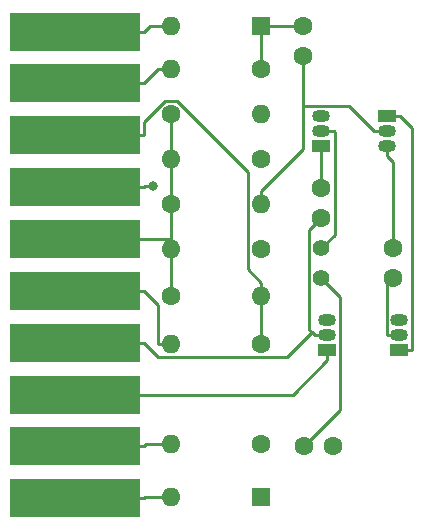
<source format=gbl>
G04 #@! TF.GenerationSoftware,KiCad,Pcbnew,(2017-12-21 revision 23d71cfa9)-makepkg*
G04 #@! TF.CreationDate,2018-06-03T17:46:53-04:00*
G04 #@! TF.ProjectId,OdysseyDaughterCardSpotGenerator,4F647973736579446175676874657243,0.1*
G04 #@! TF.SameCoordinates,Original*
G04 #@! TF.FileFunction,Copper,L2,Bot,Signal*
G04 #@! TF.FilePolarity,Positive*
%FSLAX46Y46*%
G04 Gerber Fmt 4.6, Leading zero omitted, Abs format (unit mm)*
G04 Created by KiCad (PCBNEW (2017-12-21 revision 23d71cfa9)-makepkg) date 06/03/18 17:46:53*
%MOMM*%
%LPD*%
G01*
G04 APERTURE LIST*
%ADD10R,11.000000X3.250000*%
%ADD11C,1.600000*%
%ADD12C,1.400000*%
%ADD13O,1.600000X1.600000*%
%ADD14R,1.600000X1.600000*%
%ADD15R,1.500000X1.050000*%
%ADD16O,1.500000X1.050000*%
%ADD17C,0.800000*%
%ADD18C,0.250000*%
G04 APERTURE END LIST*
D10*
X129000000Y-81250000D03*
X129000000Y-85638888D03*
X129000000Y-90027776D03*
X129000000Y-94416664D03*
X129000000Y-98805552D03*
X129000000Y-103194440D03*
X129000000Y-107583328D03*
X129000000Y-111972216D03*
X129000000Y-116361104D03*
X129000000Y-120749992D03*
D11*
X148336000Y-83312000D03*
X148336000Y-80812000D03*
X155956000Y-99608000D03*
X155956000Y-102108000D03*
D12*
X149860000Y-102108000D03*
X149860000Y-99608000D03*
D11*
X149860000Y-94488000D03*
X149860000Y-96988000D03*
X148376000Y-116332000D03*
X150876000Y-116332000D03*
D13*
X137160000Y-80772000D03*
D14*
X144780000Y-80772000D03*
X144780000Y-120650000D03*
D13*
X137160000Y-120650000D03*
D15*
X155448000Y-88392000D03*
D16*
X155448000Y-90932000D03*
X155448000Y-89662000D03*
X156464000Y-106934000D03*
X156464000Y-105664000D03*
D15*
X156464000Y-108204000D03*
D16*
X149860000Y-89662000D03*
X149860000Y-88392000D03*
D15*
X149860000Y-90932000D03*
X150368000Y-108204000D03*
D16*
X150368000Y-105664000D03*
X150368000Y-106934000D03*
D11*
X144780000Y-84455000D03*
D13*
X137160000Y-84455000D03*
X144780000Y-95885000D03*
D11*
X137160000Y-95885000D03*
D13*
X144780000Y-88265000D03*
D11*
X137160000Y-88265000D03*
X137160000Y-103632000D03*
D13*
X144780000Y-103632000D03*
X137160000Y-107696000D03*
D11*
X144780000Y-107696000D03*
X144780000Y-99695000D03*
D13*
X137160000Y-99695000D03*
D11*
X144780000Y-92075000D03*
D13*
X137160000Y-92075000D03*
X137160000Y-116205000D03*
D11*
X144780000Y-116205000D03*
D17*
X135605800Y-94318300D03*
D18*
X144780000Y-95885000D02*
X144780000Y-94759700D01*
X152211600Y-87530100D02*
X148336000Y-87530100D01*
X154343500Y-89662000D02*
X152211600Y-87530100D01*
X155448000Y-89662000D02*
X154343500Y-89662000D01*
X148336000Y-91203700D02*
X148336000Y-87530100D01*
X144780000Y-94759700D02*
X148336000Y-91203700D01*
X148336000Y-87530100D02*
X148336000Y-83312000D01*
X144780000Y-80812000D02*
X148336000Y-80812000D01*
X144780000Y-84455000D02*
X144780000Y-80812000D01*
X144780000Y-80812000D02*
X144780000Y-80772000D01*
X155956000Y-92290300D02*
X155956000Y-99608000D01*
X155448000Y-91782300D02*
X155956000Y-92290300D01*
X155448000Y-90932000D02*
X155448000Y-91782300D01*
X156464000Y-106934000D02*
X155388700Y-106934000D01*
X155388700Y-102675300D02*
X155956000Y-102108000D01*
X155388700Y-106934000D02*
X155388700Y-102675300D01*
X134923700Y-94318300D02*
X134825300Y-94416700D01*
X135605800Y-94318300D02*
X134923700Y-94318300D01*
X129000000Y-94416700D02*
X134825300Y-94416700D01*
X151443400Y-113264600D02*
X148376000Y-116332000D01*
X151443400Y-103691400D02*
X151443400Y-113264600D01*
X149860000Y-102108000D02*
X151443400Y-103691400D01*
X150989300Y-98478700D02*
X149860000Y-99608000D01*
X150989300Y-89716000D02*
X150989300Y-98478700D01*
X150935300Y-89662000D02*
X150989300Y-89716000D01*
X149860000Y-89662000D02*
X150935300Y-89662000D01*
X149860000Y-90932000D02*
X149860000Y-94488000D01*
X150368000Y-106934000D02*
X149292700Y-106934000D01*
X149292700Y-106934000D02*
X149062500Y-106703700D01*
X136063400Y-108821400D02*
X134825300Y-107583300D01*
X146944800Y-108821400D02*
X136063400Y-108821400D01*
X149062500Y-106703700D02*
X146944800Y-108821400D01*
X129000000Y-107583300D02*
X134825300Y-107583300D01*
X148832200Y-98015800D02*
X149860000Y-96988000D01*
X148832200Y-106473400D02*
X148832200Y-98015800D01*
X149062500Y-106703700D02*
X148832200Y-106473400D01*
X135303300Y-80772000D02*
X134825300Y-81250000D01*
X137160000Y-80772000D02*
X135303300Y-80772000D01*
X129000000Y-81250000D02*
X134825300Y-81250000D01*
X134925300Y-120650000D02*
X134825300Y-120750000D01*
X137160000Y-120650000D02*
X134925300Y-120650000D01*
X129000000Y-120750000D02*
X134825300Y-120750000D01*
X157539300Y-89408000D02*
X156523300Y-88392000D01*
X157539300Y-108204000D02*
X157539300Y-89408000D01*
X156464000Y-108204000D02*
X157539300Y-108204000D01*
X155448000Y-88392000D02*
X156523300Y-88392000D01*
X147450100Y-111972200D02*
X129000000Y-111972200D01*
X150368000Y-109054300D02*
X147450100Y-111972200D01*
X150368000Y-108204000D02*
X150368000Y-109054300D01*
X136034700Y-104403800D02*
X134825300Y-103194400D01*
X136034700Y-107696000D02*
X136034700Y-104403800D01*
X137160000Y-107696000D02*
X136034700Y-107696000D01*
X129000000Y-103194400D02*
X134825300Y-103194400D01*
X136009200Y-84455000D02*
X134825300Y-85638900D01*
X137160000Y-84455000D02*
X136009200Y-84455000D01*
X129000000Y-85638900D02*
X134825300Y-85638900D01*
X137160000Y-88265000D02*
X137160000Y-92075000D01*
X137160000Y-92075000D02*
X137160000Y-95885000D01*
X137160000Y-99695000D02*
X137160000Y-103632000D01*
X129000000Y-98805500D02*
X134825300Y-98805500D01*
X137160000Y-98805500D02*
X134825300Y-98805500D01*
X137160000Y-95885000D02*
X137160000Y-98805500D01*
X137160000Y-98805500D02*
X137160000Y-99695000D01*
X144780000Y-107696000D02*
X144780000Y-103632000D01*
X143654700Y-101381400D02*
X144780000Y-102506700D01*
X143654700Y-93164500D02*
X143654700Y-101381400D01*
X137605500Y-87115300D02*
X143654700Y-93164500D01*
X136645700Y-87115300D02*
X137605500Y-87115300D01*
X134825300Y-88935700D02*
X136645700Y-87115300D01*
X134825300Y-90027800D02*
X134825300Y-88935700D01*
X129000000Y-90027800D02*
X134825300Y-90027800D01*
X144780000Y-103632000D02*
X144780000Y-102506700D01*
X134981400Y-116205000D02*
X134825300Y-116361100D01*
X137160000Y-116205000D02*
X134981400Y-116205000D01*
X129000000Y-116361100D02*
X134825300Y-116361100D01*
M02*

</source>
